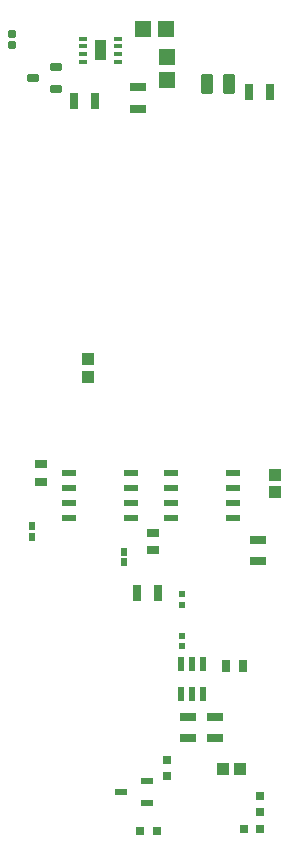
<source format=gbr>
%TF.GenerationSoftware,Altium Limited,Altium Designer,24.2.2 (26)*%
G04 Layer_Color=8421504*
%FSLAX45Y45*%
%MOMM*%
%TF.SameCoordinates,979FBE80-878B-4EC3-91C7-7055811A0E5A*%
%TF.FilePolarity,Positive*%
%TF.FileFunction,Paste,Top*%
%TF.Part,Single*%
G01*
G75*
%TA.AperFunction,SMDPad,CuDef*%
G04:AMPARAMS|DCode=10|XSize=0.55mm|YSize=1.25mm|CornerRadius=0.0495mm|HoleSize=0mm|Usage=FLASHONLY|Rotation=270.000|XOffset=0mm|YOffset=0mm|HoleType=Round|Shape=RoundedRectangle|*
%AMROUNDEDRECTD10*
21,1,0.55000,1.15100,0,0,270.0*
21,1,0.45100,1.25000,0,0,270.0*
1,1,0.09900,-0.57550,-0.22550*
1,1,0.09900,-0.57550,0.22550*
1,1,0.09900,0.57550,0.22550*
1,1,0.09900,0.57550,-0.22550*
%
%ADD10ROUNDEDRECTD10*%
G04:AMPARAMS|DCode=11|XSize=1.3mm|YSize=0.76mm|CornerRadius=0.095mm|HoleSize=0mm|Usage=FLASHONLY|Rotation=180.000|XOffset=0mm|YOffset=0mm|HoleType=Round|Shape=RoundedRectangle|*
%AMROUNDEDRECTD11*
21,1,1.30000,0.57000,0,0,180.0*
21,1,1.11000,0.76000,0,0,180.0*
1,1,0.19000,-0.55500,0.28500*
1,1,0.19000,0.55500,0.28500*
1,1,0.19000,0.55500,-0.28500*
1,1,0.19000,-0.55500,-0.28500*
%
%ADD11ROUNDEDRECTD11*%
%ADD12R,1.10000X1.00000*%
%ADD13R,0.80000X0.30247*%
%ADD14R,1.10000X0.60000*%
G04:AMPARAMS|DCode=15|XSize=0.76mm|YSize=0.6604mm|CornerRadius=0.08255mm|HoleSize=0mm|Usage=FLASHONLY|Rotation=90.000|XOffset=0mm|YOffset=0mm|HoleType=Round|Shape=RoundedRectangle|*
%AMROUNDEDRECTD15*
21,1,0.76000,0.49530,0,0,90.0*
21,1,0.59490,0.66040,0,0,90.0*
1,1,0.16510,0.24765,0.29745*
1,1,0.16510,0.24765,-0.29745*
1,1,0.16510,-0.24765,-0.29745*
1,1,0.16510,-0.24765,0.29745*
%
%ADD15ROUNDEDRECTD15*%
%ADD16R,0.61583X0.65964*%
%ADD17R,0.75000X1.00000*%
G04:AMPARAMS|DCode=18|XSize=0.76mm|YSize=0.6604mm|CornerRadius=0.08255mm|HoleSize=0mm|Usage=FLASHONLY|Rotation=180.000|XOffset=0mm|YOffset=0mm|HoleType=Round|Shape=RoundedRectangle|*
%AMROUNDEDRECTD18*
21,1,0.76000,0.49530,0,0,180.0*
21,1,0.59490,0.66040,0,0,180.0*
1,1,0.16510,-0.29745,0.24765*
1,1,0.16510,0.29745,0.24765*
1,1,0.16510,0.29745,-0.24765*
1,1,0.16510,-0.29745,-0.24765*
%
%ADD18ROUNDEDRECTD18*%
G04:AMPARAMS|DCode=19|XSize=0.55mm|YSize=0.5mm|CornerRadius=0.0625mm|HoleSize=0mm|Usage=FLASHONLY|Rotation=180.000|XOffset=0mm|YOffset=0mm|HoleType=Round|Shape=RoundedRectangle|*
%AMROUNDEDRECTD19*
21,1,0.55000,0.37500,0,0,180.0*
21,1,0.42500,0.50000,0,0,180.0*
1,1,0.12500,-0.21250,0.18750*
1,1,0.12500,0.21250,0.18750*
1,1,0.12500,0.21250,-0.18750*
1,1,0.12500,-0.21250,-0.18750*
%
%ADD19ROUNDEDRECTD19*%
%ADD20R,1.00000X1.10000*%
%ADD21R,0.60000X1.20000*%
%ADD22R,1.00000X0.80000*%
G04:AMPARAMS|DCode=23|XSize=1.3mm|YSize=0.76mm|CornerRadius=0.095mm|HoleSize=0mm|Usage=FLASHONLY|Rotation=90.000|XOffset=0mm|YOffset=0mm|HoleType=Round|Shape=RoundedRectangle|*
%AMROUNDEDRECTD23*
21,1,1.30000,0.57000,0,0,90.0*
21,1,1.11000,0.76000,0,0,90.0*
1,1,0.19000,0.28500,0.55500*
1,1,0.19000,0.28500,-0.55500*
1,1,0.19000,-0.28500,-0.55500*
1,1,0.19000,-0.28500,0.55500*
%
%ADD23ROUNDEDRECTD23*%
G04:AMPARAMS|DCode=24|XSize=1mm|YSize=1.7mm|CornerRadius=0.125mm|HoleSize=0mm|Usage=FLASHONLY|Rotation=180.000|XOffset=0mm|YOffset=0mm|HoleType=Round|Shape=RoundedRectangle|*
%AMROUNDEDRECTD24*
21,1,1.00000,1.45000,0,0,180.0*
21,1,0.75000,1.70000,0,0,180.0*
1,1,0.25000,-0.37500,0.72500*
1,1,0.25000,0.37500,0.72500*
1,1,0.25000,0.37500,-0.72500*
1,1,0.25000,-0.37500,-0.72500*
%
%ADD24ROUNDEDRECTD24*%
%ADD25R,1.45000X1.35000*%
%TA.AperFunction,TestPad*%
G04:AMPARAMS|DCode=26|XSize=0.6mm|YSize=1mm|CornerRadius=0.075mm|HoleSize=0mm|Usage=FLASHONLY|Rotation=90.000|XOffset=0mm|YOffset=0mm|HoleType=Round|Shape=RoundedRectangle|*
%AMROUNDEDRECTD26*
21,1,0.60000,0.85000,0,0,90.0*
21,1,0.45000,1.00000,0,0,90.0*
1,1,0.15000,0.42500,0.22500*
1,1,0.15000,0.42500,-0.22500*
1,1,0.15000,-0.42500,-0.22500*
1,1,0.15000,-0.42500,0.22500*
%
%ADD26ROUNDEDRECTD26*%
%TA.AperFunction,SMDPad,CuDef*%
G04:AMPARAMS|DCode=28|XSize=0.6mm|YSize=0.7mm|CornerRadius=0.075mm|HoleSize=0mm|Usage=FLASHONLY|Rotation=270.000|XOffset=0mm|YOffset=0mm|HoleType=Round|Shape=RoundedRectangle|*
%AMROUNDEDRECTD28*
21,1,0.60000,0.55000,0,0,270.0*
21,1,0.45000,0.70000,0,0,270.0*
1,1,0.15000,-0.27500,-0.22500*
1,1,0.15000,-0.27500,0.22500*
1,1,0.15000,0.27500,0.22500*
1,1,0.15000,0.27500,-0.22500*
%
%ADD28ROUNDEDRECTD28*%
%ADD29R,0.52000X0.52000*%
%ADD30R,1.35000X1.45000*%
G36*
X16001199Y9335900D02*
Y9510900D01*
X15901199D01*
Y9335900D01*
X16001199D01*
D02*
G37*
D10*
X17072220Y5463540D02*
D03*
Y5590540D02*
D03*
Y5717540D02*
D03*
Y5844540D02*
D03*
X16547220Y5463540D02*
D03*
Y5590540D02*
D03*
Y5717540D02*
D03*
Y5844540D02*
D03*
X16211160Y5461000D02*
D03*
Y5588000D02*
D03*
Y5715000D02*
D03*
Y5842000D02*
D03*
X15686160Y5461000D02*
D03*
Y5588000D02*
D03*
Y5715000D02*
D03*
Y5842000D02*
D03*
D11*
X16695419Y3600620D02*
D03*
Y3779620D02*
D03*
X16918941Y3776980D02*
D03*
Y3597980D02*
D03*
X17284700Y5276680D02*
D03*
Y5097680D02*
D03*
X16268700Y8928000D02*
D03*
Y9107000D02*
D03*
D12*
X15841980Y6658500D02*
D03*
Y6803500D02*
D03*
X17429480Y5684520D02*
D03*
Y5829520D02*
D03*
D13*
X16100253Y9520900D02*
D03*
X15802147Y9325900D02*
D03*
Y9390900D02*
D03*
Y9455900D02*
D03*
Y9520900D02*
D03*
X16100253Y9455900D02*
D03*
Y9390900D02*
D03*
Y9325900D02*
D03*
D14*
X16348219Y3046980D02*
D03*
Y3236980D02*
D03*
X16128220Y3141980D02*
D03*
D15*
X17301360Y2829560D02*
D03*
X17161360D02*
D03*
X16287601Y2809240D02*
D03*
X16427600D02*
D03*
D16*
X16146780Y5173980D02*
D03*
Y5088730D02*
D03*
X15369540Y5389325D02*
D03*
Y5304075D02*
D03*
D17*
X17155161Y4206240D02*
D03*
X17010159D02*
D03*
D18*
X16515080Y3415180D02*
D03*
Y3275180D02*
D03*
X17297400Y3110380D02*
D03*
Y2970380D02*
D03*
D19*
X16637000Y4817660D02*
D03*
Y4727660D02*
D03*
D20*
X16986140Y3335020D02*
D03*
X17131140D02*
D03*
D21*
X16818359Y3972020D02*
D03*
X16723360D02*
D03*
X16628360D02*
D03*
Y4222020D02*
D03*
X16723360D02*
D03*
X16818359D02*
D03*
D22*
X16395700Y5186540D02*
D03*
Y5336540D02*
D03*
X15450819Y5767000D02*
D03*
Y5917000D02*
D03*
D23*
X16257440Y4828540D02*
D03*
X16436440D02*
D03*
X15725140Y8991600D02*
D03*
X15904140D02*
D03*
X17387399Y9067800D02*
D03*
X17208400D02*
D03*
D24*
X17039340Y9133840D02*
D03*
X16849339D02*
D03*
D25*
X16510001Y9368500D02*
D03*
Y9173500D02*
D03*
D26*
X15377820Y9188200D02*
D03*
X15577820Y9283200D02*
D03*
Y9093200D02*
D03*
D28*
X15199361Y9563100D02*
D03*
Y9463100D02*
D03*
D29*
X16644620Y4459600D02*
D03*
Y4379600D02*
D03*
D30*
X16310899Y9601200D02*
D03*
X16505901D02*
D03*
%TF.MD5,b99014262b3ab2570afc6591add2b190*%
M02*

</source>
